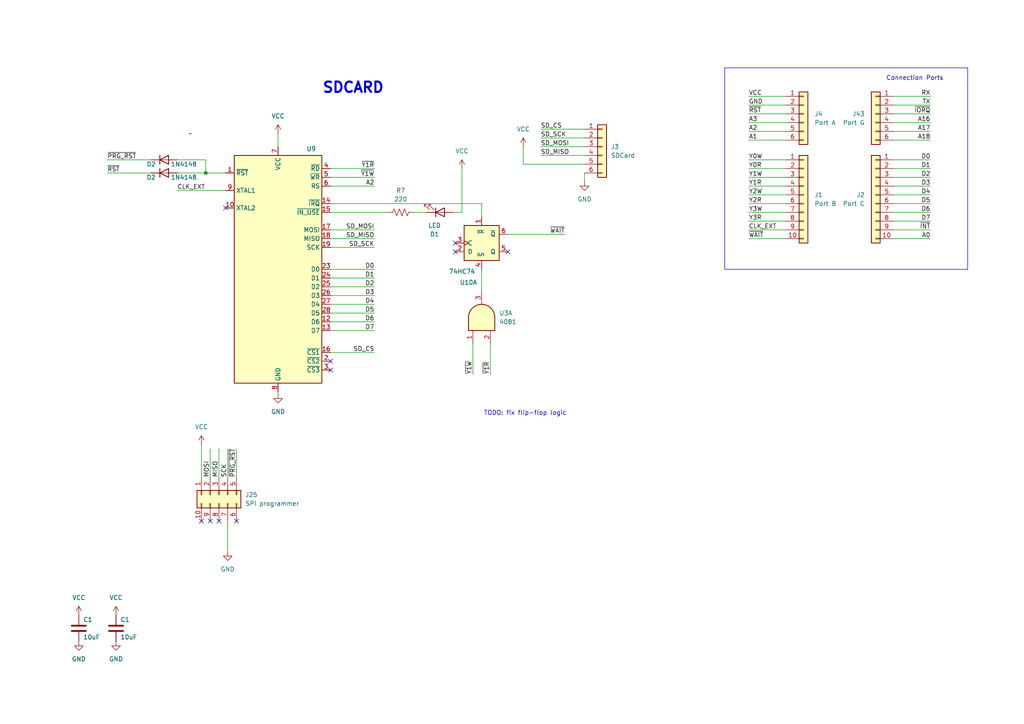
<source format=kicad_sch>
(kicad_sch (version 20230121) (generator eeschema)
  (paper "A4")
  (lib_symbols
    (symbol "4xxx:4081" (pin_names (offset 1.016))
      (property "Reference" "U" (at 0 1.27 0))
      (property "Value" "4081" (at 0 -1.27 0))
      (symbol "4081_1_1"
        (arc (start 0 -3.81) (mid 3.7934 0) (end 0 3.81) (stroke (width 0.254)) (fill (type background)))
        (polyline (pts (xy 0 3.81) (xy -3.81 3.81) (xy -3.81 -3.81) (xy 0 -3.81)) (stroke (width 0.254)) (fill (type background)))
        (pin input line (at -7.62 2.54 0) (length 3.81) (name "~") (number "1"))
        (pin input line (at -7.62 -2.54 0) (length 3.81) (name "~") (number "2"))
        (pin output line (at 7.62 0 180) (length 3.81) (name "~") (number "3"))
      )
      (symbol "4081_1_2"
        (arc (start -3.81 -3.81) (mid -2.589 0) (end -3.81 3.81) (stroke (width 0.254)))
        (arc (start -0.6096 -3.81) (mid 2.1842 -2.5851) (end 3.81 0) (stroke (width 0.254)) (fill (type background)))
        (polyline (pts (xy -3.81 -3.81) (xy -0.635 -3.81)) (stroke (width 0.254)) (fill (type background)))
        (polyline (pts (xy -3.81 3.81) (xy -0.635 3.81)) (stroke (width 0.254)) (fill (type background)))
        (polyline (pts (xy -0.635 3.81) (xy -3.81 3.81) (xy -3.81 3.81) (xy -3.556 3.4036) (xy -3.0226 2.2606) (xy -2.6924 1.0414) (xy -2.6162 -0.254) (xy -2.7686 -1.4986) (xy -3.175 -2.7178) (xy -3.81 -3.81) (xy -3.81 -3.81) (xy -0.635 -3.81)) (stroke (width -25.4)) (fill (type background)))
        (arc (start 3.81 0) (mid 2.1915 2.5936) (end -0.6096 3.81) (stroke (width 0.254)) (fill (type background)))
        (pin input inverted (at -7.62 2.54 0) (length 4.318) (name "~") (number "1"))
        (pin input inverted (at -7.62 -2.54 0) (length 4.318) (name "~") (number "2"))
        (pin output inverted (at 7.62 0 180) (length 3.81) (name "~") (number "3"))
      )
      (symbol "4081_2_1"
        (arc (start 0 -3.81) (mid 3.7934 0) (end 0 3.81) (stroke (width 0.254)) (fill (type background)))
        (polyline (pts (xy 0 3.81) (xy -3.81 3.81) (xy -3.81 -3.81) (xy 0 -3.81)) (stroke (width 0.254)) (fill (type background)))
        (pin output line (at 7.62 0 180) (length 3.81) (name "~") (number "4"))
        (pin input line (at -7.62 2.54 0) (length 3.81) (name "~") (number "5"))
        (pin input line (at -7.62 -2.54 0) (length 3.81) (name "~") (number "6"))
      )
      (symbol "4081_2_2"
        (arc (start -3.81 -3.81) (mid -2.589 0) (end -3.81 3.81) (stroke (width 0.254)))
        (arc (start -0.6096 -3.81) (mid 2.1842 -2.5851) (end 3.81 0) (stroke (width 0.254)) (fill (type background)))
        (polyline (pts (xy -3.81 -3.81) (xy -0.635 -3.81)) (stroke (width 0.254)) (fill (type background)))
        (polyline (pts (xy -3.81 3.81) (xy -0.635 3.81)) (stroke (width 0.254)) (fill (type background)))
        (polyline (pts (xy -0.635 3.81) (xy -3.81 3.81) (xy -3.81 3.81) (xy -3.556 3.4036) (xy -3.0226 2.2606) (xy -2.6924 1.0414) (xy -2.6162 -0.254) (xy -2.7686 -1.4986) (xy -3.175 -2.7178) (xy -3.81 -3.81) (xy -3.81 -3.81) (xy -0.635 -3.81)) (stroke (width -25.4)) (fill (type background)))
        (arc (start 3.81 0) (mid 2.1915 2.5936) (end -0.6096 3.81) (stroke (width 0.254)) (fill (type background)))
        (pin output inverted (at 7.62 0 180) (length 3.81) (name "~") (number "4"))
        (pin input inverted (at -7.62 2.54 0) (length 4.318) (name "~") (number "5"))
        (pin input inverted (at -7.62 -2.54 0) (length 4.318) (name "~") (number "6"))
      )
      (symbol "4081_3_1"
        (arc (start 0 -3.81) (mid 3.7934 0) (end 0 3.81) (stroke (width 0.254)) (fill (type background)))
        (polyline (pts (xy 0 3.81) (xy -3.81 3.81) (xy -3.81 -3.81) (xy 0 -3.81)) (stroke (width 0.254)) (fill (type background)))
        (pin output line (at 7.62 0 180) (length 3.81) (name "~") (number "10"))
        (pin input line (at -7.62 2.54 0) (length 3.81) (name "~") (number "8"))
        (pin input line (at -7.62 -2.54 0) (length 3.81) (name "~") (number "9"))
      )
      (symbol "4081_3_2"
        (arc (start -3.81 -3.81) (mid -2.589 0) (end -3.81 3.81) (stroke (width 0.254)))
        (arc (start -0.6096 -3.81) (mid 2.1842 -2.5851) (end 3.81 0) (stroke (width 0.254)) (fill (type background)))
        (polyline (pts (xy -3.81 -3.81) (xy -0.635 -3.81)) (stroke (width 0.254)) (fill (type background)))
        (polyline (pts (xy -3.81 3.81) (xy -0.635 3.81)) (stroke (width 0.254)) (fill (type background)))
        (polyline (pts (xy -0.635 3.81) (xy -3.81 3.81) (xy -3.81 3.81) (xy -3.556 3.4036) (xy -3.0226 2.2606) (xy -2.6924 1.0414) (xy -2.6162 -0.254) (xy -2.7686 -1.4986) (xy -3.175 -2.7178) (xy -3.81 -3.81) (xy -3.81 -3.81) (xy -0.635 -3.81)) (stroke (width -25.4)) (fill (type background)))
        (arc (start 3.81 0) (mid 2.1915 2.5936) (end -0.6096 3.81) (stroke (width 0.254)) (fill (type background)))
        (pin output inverted (at 7.62 0 180) (length 3.81) (name "~") (number "10"))
        (pin input inverted (at -7.62 2.54 0) (length 4.318) (name "~") (number "8"))
        (pin input inverted (at -7.62 -2.54 0) (length 4.318) (name "~") (number "9"))
      )
      (symbol "4081_4_1"
        (arc (start 0 -3.81) (mid 3.7934 0) (end 0 3.81) (stroke (width 0.254)) (fill (type background)))
        (polyline (pts (xy 0 3.81) (xy -3.81 3.81) (xy -3.81 -3.81) (xy 0 -3.81)) (stroke (width 0.254)) (fill (type background)))
        (pin output line (at 7.62 0 180) (length 3.81) (name "~") (number "11"))
        (pin input line (at -7.62 2.54 0) (length 3.81) (name "~") (number "12"))
        (pin input line (at -7.62 -2.54 0) (length 3.81) (name "~") (number "13"))
      )
      (symbol "4081_4_2"
        (arc (start -3.81 -3.81) (mid -2.589 0) (end -3.81 3.81) (stroke (width 0.254)))
        (arc (start -0.6096 -3.81) (mid 2.1842 -2.5851) (end 3.81 0) (stroke (width 0.254)) (fill (type background)))
        (polyline (pts (xy -3.81 -3.81) (xy -0.635 -3.81)) (stroke (width 0.254)) (fill (type background)))
        (polyline (pts (xy -3.81 3.81) (xy -0.635 3.81)) (stroke (width 0.254)) (fill (type background)))
        (polyline (pts (xy -0.635 3.81) (xy -3.81 3.81) (xy -3.81 3.81) (xy -3.556 3.4036) (xy -3.0226 2.2606) (xy -2.6924 1.0414) (xy -2.6162 -0.254) (xy -2.7686 -1.4986) (xy -3.175 -2.7178) (xy -3.81 -3.81) (xy -3.81 -3.81) (xy -0.635 -3.81)) (stroke (width -25.4)) (fill (type background)))
        (arc (start 3.81 0) (mid 2.1915 2.5936) (end -0.6096 3.81) (stroke (width 0.254)) (fill (type background)))
        (pin output inverted (at 7.62 0 180) (length 3.81) (name "~") (number "11"))
        (pin input inverted (at -7.62 2.54 0) (length 4.318) (name "~") (number "12"))
        (pin input inverted (at -7.62 -2.54 0) (length 4.318) (name "~") (number "13"))
      )
      (symbol "4081_5_0"
        (pin power_in line (at 0 12.7 270) (length 5.08) (name "VDD") (number "14"))
        (pin power_in line (at 0 -12.7 90) (length 5.08) (name "VSS") (number "7"))
      )
      (symbol "4081_5_1"
        (rectangle (start -5.08 7.62) (end 5.08 -7.62) (stroke (width 0.254)) (fill (type background)))
      )
    )
    (symbol "74xx:74HC74" (pin_names (offset 1.016))
      (property "Reference" "U" (at -7.62 8.89 0))
      (property "Value" "74HC74" (at -7.62 -8.89 0))
      (symbol "74HC74_1_0"
        (pin input line (at 0 -7.62 90) (length 2.54) (name "~{R}") (number "1"))
        (pin input line (at -7.62 2.54 0) (length 2.54) (name "D") (number "2"))
        (pin input clock (at -7.62 0 0) (length 2.54) (name "C") (number "3"))
        (pin input line (at 0 7.62 270) (length 2.54) (name "~{S}") (number "4"))
        (pin output line (at 7.62 2.54 180) (length 2.54) (name "Q") (number "5"))
        (pin output line (at 7.62 -2.54 180) (length 2.54) (name "~{Q}") (number "6"))
      )
      (symbol "74HC74_1_1"
        (rectangle (start -5.08 5.08) (end 5.08 -5.08) (stroke (width 0.254)) (fill (type background)))
      )
      (symbol "74HC74_2_0"
        (pin input line (at 0 7.62 270) (length 2.54) (name "~{S}") (number "10"))
        (pin input clock (at -7.62 0 0) (length 2.54) (name "C") (number "11"))
        (pin input line (at -7.62 2.54 0) (length 2.54) (name "D") (number "12"))
        (pin input line (at 0 -7.62 90) (length 2.54) (name "~{R}") (number "13"))
        (pin output line (at 7.62 -2.54 180) (length 2.54) (name "~{Q}") (number "8"))
        (pin output line (at 7.62 2.54 180) (length 2.54) (name "Q") (number "9"))
      )
      (symbol "74HC74_2_1"
        (rectangle (start -5.08 5.08) (end 5.08 -5.08) (stroke (width 0.254)) (fill (type background)))
      )
      (symbol "74HC74_3_0"
        (pin power_in line (at 0 10.16 270) (length 2.54) (name "VCC") (number "14"))
        (pin power_in line (at 0 -10.16 90) (length 2.54) (name "GND") (number "7"))
      )
      (symbol "74HC74_3_1"
        (rectangle (start -5.08 7.62) (end 5.08 -7.62) (stroke (width 0.254)) (fill (type background)))
      )
    )
    (symbol "Connector_Generic:Conn_01x06" (pin_names (offset 1.016) hide)
      (property "Reference" "J" (at 0 7.62 0))
      (property "Value" "Conn_01x06" (at 0 -10.16 0))
      (symbol "Conn_01x06_1_1"
        (rectangle (start -1.27 -7.493) (end 0 -7.747) (stroke (width 0.1524)))
        (rectangle (start -1.27 -4.953) (end 0 -5.207) (stroke (width 0.1524)))
        (rectangle (start -1.27 -2.413) (end 0 -2.667) (stroke (width 0.1524)))
        (rectangle (start -1.27 0.127) (end 0 -0.127) (stroke (width 0.1524)))
        (rectangle (start -1.27 2.667) (end 0 2.413) (stroke (width 0.1524)))
        (rectangle (start -1.27 5.207) (end 0 4.953) (stroke (width 0.1524)))
        (rectangle (start -1.27 6.35) (end 1.27 -8.89) (stroke (width 0.254)) (fill (type background)))
        (pin passive line (at -5.08 5.08 0) (length 3.81) (name "Pin_1") (number "1"))
        (pin passive line (at -5.08 2.54 0) (length 3.81) (name "Pin_2") (number "2"))
        (pin passive line (at -5.08 0 0) (length 3.81) (name "Pin_3") (number "3"))
        (pin passive line (at -5.08 -2.54 0) (length 3.81) (name "Pin_4") (number "4"))
        (pin passive line (at -5.08 -5.08 0) (length 3.81) (name "Pin_5") (number "5"))
        (pin passive line (at -5.08 -7.62 0) (length 3.81) (name "Pin_6") (number "6"))
      )
    )
    (symbol "Connector_Generic:Conn_01x10" (pin_names (offset 1.016) hide)
      (property "Reference" "J" (at 0 12.7 0))
      (property "Value" "Conn_01x10" (at 0 -15.24 0))
      (symbol "Conn_01x10_1_1"
        (rectangle (start -1.27 -12.573) (end 0 -12.827) (stroke (width 0.1524)))
        (rectangle (start -1.27 -10.033) (end 0 -10.287) (stroke (width 0.1524)))
        (rectangle (start -1.27 -7.493) (end 0 -7.747) (stroke (width 0.1524)))
        (rectangle (start -1.27 -4.953) (end 0 -5.207) (stroke (width 0.1524)))
        (rectangle (start -1.27 -2.413) (end 0 -2.667) (stroke (width 0.1524)))
        (rectangle (start -1.27 0.127) (end 0 -0.127) (stroke (width 0.1524)))
        (rectangle (start -1.27 2.667) (end 0 2.413) (stroke (width 0.1524)))
        (rectangle (start -1.27 5.207) (end 0 4.953) (stroke (width 0.1524)))
        (rectangle (start -1.27 7.747) (end 0 7.493) (stroke (width 0.1524)))
        (rectangle (start -1.27 10.287) (end 0 10.033) (stroke (width 0.1524)))
        (rectangle (start -1.27 11.43) (end 1.27 -13.97) (stroke (width 0.254)) (fill (type background)))
        (pin passive line (at -5.08 10.16 0) (length 3.81) (name "Pin_1") (number "1"))
        (pin passive line (at -5.08 -12.7 0) (length 3.81) (name "Pin_10") (number "10"))
        (pin passive line (at -5.08 7.62 0) (length 3.81) (name "Pin_2") (number "2"))
        (pin passive line (at -5.08 5.08 0) (length 3.81) (name "Pin_3") (number "3"))
        (pin passive line (at -5.08 2.54 0) (length 3.81) (name "Pin_4") (number "4"))
        (pin passive line (at -5.08 0 0) (length 3.81) (name "Pin_5") (number "5"))
        (pin passive line (at -5.08 -2.54 0) (length 3.81) (name "Pin_6") (number "6"))
        (pin passive line (at -5.08 -5.08 0) (length 3.81) (name "Pin_7") (number "7"))
        (pin passive line (at -5.08 -7.62 0) (length 3.81) (name "Pin_8") (number "8"))
        (pin passive line (at -5.08 -10.16 0) (length 3.81) (name "Pin_9") (number "9"))
      )
    )
    (symbol "Connector_Generic:Conn_02x05_Counter_Clockwise" (pin_names (offset 1.016) hide)
      (property "Reference" "J" (at 1.27 7.62 0))
      (property "Value" "Conn_02x05_Counter_Clockwise" (at 1.27 -7.62 0))
      (symbol "Conn_02x05_Counter_Clockwise_1_1"
        (rectangle (start -1.27 -4.953) (end 0 -5.207) (stroke (width 0.1524)))
        (rectangle (start -1.27 -2.413) (end 0 -2.667) (stroke (width 0.1524)))
        (rectangle (start -1.27 0.127) (end 0 -0.127) (stroke (width 0.1524)))
        (rectangle (start -1.27 2.667) (end 0 2.413) (stroke (width 0.1524)))
        (rectangle (start -1.27 5.207) (end 0 4.953) (stroke (width 0.1524)))
        (rectangle (start -1.27 6.35) (end 3.81 -6.35) (stroke (width 0.254)) (fill (type background)))
        (rectangle (start 3.81 -4.953) (end 2.54 -5.207) (stroke (width 0.1524)))
        (rectangle (start 3.81 -2.413) (end 2.54 -2.667) (stroke (width 0.1524)))
        (rectangle (start 3.81 0.127) (end 2.54 -0.127) (stroke (width 0.1524)))
        (rectangle (start 3.81 2.667) (end 2.54 2.413) (stroke (width 0.1524)))
        (rectangle (start 3.81 5.207) (end 2.54 4.953) (stroke (width 0.1524)))
        (pin passive line (at -5.08 5.08 0) (length 3.81) (name "Pin_1") (number "1"))
        (pin passive line (at 7.62 5.08 180) (length 3.81) (name "Pin_10") (number "10"))
        (pin passive line (at -5.08 2.54 0) (length 3.81) (name "Pin_2") (number "2"))
        (pin passive line (at -5.08 0 0) (length 3.81) (name "Pin_3") (number "3"))
        (pin passive line (at -5.08 -2.54 0) (length 3.81) (name "Pin_4") (number "4"))
        (pin passive line (at -5.08 -5.08 0) (length 3.81) (name "Pin_5") (number "5"))
        (pin passive line (at 7.62 -5.08 180) (length 3.81) (name "Pin_6") (number "6"))
        (pin passive line (at 7.62 -2.54 180) (length 3.81) (name "Pin_7") (number "7"))
        (pin passive line (at 7.62 0 180) (length 3.81) (name "Pin_8") (number "8"))
        (pin passive line (at 7.62 2.54 180) (length 3.81) (name "Pin_9") (number "9"))
      )
    )
    (symbol "Device:C" (pin_numbers hide) (pin_names (offset 0.254))
      (property "Reference" "C" (at 0.635 2.54 0))
      (property "Value" "C" (at 0.635 -2.54 0))
      (symbol "C_0_1"
        (polyline (pts (xy -2.032 -0.762) (xy 2.032 -0.762)) (stroke (width 0.508)))
        (polyline (pts (xy -2.032 0.762) (xy 2.032 0.762)) (stroke (width 0.508)))
      )
      (symbol "C_1_1"
        (pin passive line (at 0 3.81 270) (length 2.794) (name "~") (number "1"))
        (pin passive line (at 0 -3.81 90) (length 2.794) (name "~") (number "2"))
      )
    )
    (symbol "Device:LED" (pin_numbers hide) (pin_names (offset 1.016) hide)
      (property "Reference" "D" (at 0 2.54 0))
      (property "Value" "LED" (at 0 -2.54 0))
      (symbol "LED_0_1"
        (polyline (pts (xy -1.27 -1.27) (xy -1.27 1.27)) (stroke (width 0.254)))
        (polyline (pts (xy -1.27 0) (xy 1.27 0)))
        (polyline (pts (xy 1.27 -1.27) (xy 1.27 1.27) (xy -1.27 0) (xy 1.27 -1.27)) (stroke (width 0.254)))
        (polyline (pts (xy -3.048 -0.762) (xy -4.572 -2.286) (xy -3.81 -2.286) (xy -4.572 -2.286) (xy -4.572 -1.524)))
        (polyline (pts (xy -1.778 -0.762) (xy -3.302 -2.286) (xy -2.54 -2.286) (xy -3.302 -2.286) (xy -3.302 -1.524)))
      )
      (symbol "LED_1_1"
        (pin passive line (at -3.81 0 0) (length 2.54) (name "K") (number "1"))
        (pin passive line (at 3.81 0 180) (length 2.54) (name "A") (number "2"))
      )
    )
    (symbol "Device:R_US" (pin_numbers hide) (pin_names (offset 0))
      (property "Reference" "R" (at 2.54 0 90))
      (property "Value" "R_US" (at -2.54 0 90))
      (symbol "R_US_0_1"
        (polyline (pts (xy 0 -2.286) (xy 0 -2.54)))
        (polyline (pts (xy 0 2.286) (xy 0 2.54)))
        (polyline (pts (xy 0 -0.762) (xy 1.016 -1.143) (xy 0 -1.524) (xy -1.016 -1.905) (xy 0 -2.286)))
        (polyline (pts (xy 0 0.762) (xy 1.016 0.381) (xy 0 0) (xy -1.016 -0.381) (xy 0 -0.762)))
        (polyline (pts (xy 0 2.286) (xy 1.016 1.905) (xy 0 1.524) (xy -1.016 1.143) (xy 0 0.762)))
      )
      (symbol "R_US_1_1"
        (pin passive line (at 0 3.81 270) (length 1.27) (name "~") (number "1"))
        (pin passive line (at 0 -3.81 90) (length 1.27) (name "~") (number "2"))
      )
    )
    (symbol "Diode:1N4148" (pin_numbers hide) (pin_names hide)
      (property "Reference" "D" (at 0 2.54 0))
      (property "Value" "1N4148" (at 0 -2.54 0))
      (symbol "1N4148_0_1"
        (polyline (pts (xy -1.27 1.27) (xy -1.27 -1.27)) (stroke (width 0.254)))
        (polyline (pts (xy 1.27 0) (xy -1.27 0)))
        (polyline (pts (xy 1.27 1.27) (xy 1.27 -1.27) (xy -1.27 0) (xy 1.27 1.27)) (stroke (width 0.254)))
      )
      (symbol "1N4148_1_1"
        (pin passive line (at -3.81 0 0) (length 2.54) (name "K") (number "1"))
        (pin passive line (at 3.81 0 180) (length 2.54) (name "A") (number "2"))
      )
    )
    (symbol "parallel-to-spi:Parallel_to_SPI"
      (property "Reference" "U" (at -11.43 30.48 0))
      (symbol "Parallel_to_SPI_0_1"
        (rectangle (start -12.7 29.21) (end 12.7 -36.83) (stroke (width 0.254)) (fill (type background)))
      )
      (symbol "Parallel_to_SPI_1_1"
        (pin input line (at -15.24 24.13 0) (length 2.54) (name "~{RST}") (number "1"))
        (pin bidirectional line (at -15.24 13.97 0) (length 2.54) (name "XTAL2") (number "10"))
        (pin bidirectional line (at 15.24 -19.05 180) (length 2.54) (name "D6") (number "12"))
        (pin bidirectional line (at 15.24 -21.59 180) (length 2.54) (name "D7") (number "13"))
        (pin bidirectional line (at 15.24 15.24 180) (length 2.54) (name "~{IRQ}") (number "14"))
        (pin bidirectional line (at 15.24 12.7 180) (length 2.54) (name "~{IN_USE}") (number "15"))
        (pin bidirectional line (at 15.24 -27.94 180) (length 2.54) (name "~{CS1}") (number "16"))
        (pin bidirectional line (at 15.24 7.62 180) (length 2.54) (name "MOSI") (number "17"))
        (pin bidirectional line (at 15.24 5.08 180) (length 2.54) (name "MISO") (number "18"))
        (pin bidirectional line (at 15.24 2.54 180) (length 2.54) (name "SCK") (number "19"))
        (pin bidirectional line (at 15.24 -30.48 180) (length 2.54) (name "~{CS2}") (number "2"))
        (pin bidirectional line (at 15.24 -3.81 180) (length 2.54) (name "D0") (number "23"))
        (pin bidirectional line (at 15.24 -6.35 180) (length 2.54) (name "D1") (number "24"))
        (pin bidirectional line (at 15.24 -8.89 180) (length 2.54) (name "D2") (number "25"))
        (pin bidirectional line (at 15.24 -11.43 180) (length 2.54) (name "D3") (number "26"))
        (pin bidirectional line (at 15.24 -13.97 180) (length 2.54) (name "D4") (number "27"))
        (pin bidirectional line (at 15.24 -16.51 180) (length 2.54) (name "D5") (number "28"))
        (pin bidirectional line (at 15.24 -33.02 180) (length 2.54) (name "~{CS3}") (number "3"))
        (pin bidirectional line (at 15.24 25.4 180) (length 2.54) (name "~{RD}") (number "4"))
        (pin bidirectional line (at 15.24 22.86 180) (length 2.54) (name "~{WR}") (number "5"))
        (pin bidirectional line (at 15.24 20.32 180) (length 2.54) (name "RS") (number "6"))
        (pin power_in line (at 0 31.75 270) (length 2.54) (name "VCC") (number "7"))
        (pin power_in line (at 0 -39.37 90) (length 2.54) (name "GND") (number "8"))
        (pin bidirectional line (at -15.24 19.05 0) (length 2.54) (name "XTAL1") (number "9"))
      )
    )
    (symbol "power:GND" (power) (pin_names (offset 0))
      (property "Value" "GND" (at 0 -3.81 0))
      (symbol "GND_0_1"
        (polyline (pts (xy 0 0) (xy 0 -1.27) (xy 1.27 -1.27) (xy 0 -2.54) (xy -1.27 -1.27) (xy 0 -1.27)))
      )
      (symbol "GND_1_1"
        (pin power_in line (at 0 0 270) (length 0) hide (name "GND") (number "1"))
      )
    )
    (symbol "power:VCC" (power) (pin_names (offset 0))
      (property "Value" "VCC" (at 0 3.81 0))
      (symbol "VCC_0_1"
        (polyline (pts (xy -0.762 1.27) (xy 0 2.54)))
        (polyline (pts (xy 0 0) (xy 0 2.54)))
        (polyline (pts (xy 0 2.54) (xy 0.762 1.27)))
      )
      (symbol "VCC_1_1"
        (pin power_in line (at 0 0 90) (length 0) hide (name "VCC") (number "1"))
      )
    )
  )
  (junction (at 59.69 50.165))
  (no_connect (at 132.08 70.485))
  (no_connect (at 68.58 151.13))
  (no_connect (at 63.5 151.13))
  (no_connect (at 60.96 151.13))
  (no_connect (at 65.405 60.325))
  (no_connect (at 147.32 73.025))
  (no_connect (at 58.42 151.13))
  (no_connect (at 95.885 104.775))
  (no_connect (at 132.08 73.025))
  (no_connect (at 95.885 107.315))
  (wire (pts (xy 217.17 40.64) (xy 227.965 40.64)))
  (wire (pts (xy 58.42 128.905) (xy 58.42 138.43)))
  (wire (pts (xy 217.17 33.02) (xy 227.965 33.02)))
  (wire (pts (xy 217.17 56.515) (xy 227.965 56.515)))
  (wire (pts (xy 95.885 83.185) (xy 108.585 83.185)))
  (wire (pts (xy 66.04 151.13) (xy 66.04 160.02)))
  (wire (pts (xy 68.58 130.175) (xy 68.58 138.43)))
  (wire (pts (xy 151.765 42.545) (xy 151.765 47.625)))
  (wire (pts (xy 269.875 64.135) (xy 259.08 64.135)))
  (wire (pts (xy 95.885 95.885) (xy 108.585 95.885)))
  (wire (pts (xy 269.875 48.895) (xy 259.08 48.895)))
  (wire (pts (xy 95.885 48.895) (xy 108.585 48.895)))
  (wire (pts (xy 269.875 56.515) (xy 259.08 56.515)))
  (wire (pts (xy 147.32 67.945) (xy 163.83 67.945)))
  (wire (pts (xy 217.17 59.055) (xy 227.965 59.055)))
  (wire (pts (xy 63.5 130.175) (xy 63.5 138.43)))
  (wire (pts (xy 80.645 113.665) (xy 80.645 114.3)))
  (wire (pts (xy 51.435 50.165) (xy 59.69 50.165)))
  (wire (pts (xy 133.985 61.595) (xy 131.445 61.595)))
  (wire (pts (xy 51.435 46.355) (xy 59.69 46.355)))
  (wire (pts (xy 120.015 61.595) (xy 123.825 61.595)))
  (wire (pts (xy 95.885 59.055) (xy 139.7 59.055)))
  (wire (pts (xy 269.875 59.055) (xy 259.08 59.055)))
  (wire (pts (xy 142.24 108.585) (xy 142.24 99.695)))
  (wire (pts (xy 31.115 46.355) (xy 43.815 46.355)))
  (wire (pts (xy 269.875 66.675) (xy 259.08 66.675)))
  (wire (pts (xy 95.885 69.215) (xy 108.585 69.215)))
  (wire (pts (xy 151.765 47.625) (xy 169.545 47.625)))
  (wire (pts (xy 269.875 27.94) (xy 259.08 27.94)))
  (wire (pts (xy 217.17 51.435) (xy 227.965 51.435)))
  (wire (pts (xy 95.885 90.805) (xy 108.585 90.805)))
  (wire (pts (xy 269.875 51.435) (xy 259.08 51.435)))
  (wire (pts (xy 217.17 38.1) (xy 227.965 38.1)))
  (wire (pts (xy 269.875 69.215) (xy 259.08 69.215)))
  (wire (pts (xy 95.885 78.105) (xy 108.585 78.105)))
  (wire (pts (xy 95.885 88.265) (xy 108.585 88.265)))
  (wire (pts (xy 217.17 35.56) (xy 227.965 35.56)))
  (wire (pts (xy 51.435 55.245) (xy 65.405 55.245)))
  (wire (pts (xy 169.545 37.465) (xy 156.845 37.465)))
  (wire (pts (xy 95.885 61.595) (xy 112.395 61.595)))
  (wire (pts (xy 95.885 85.725) (xy 108.585 85.725)))
  (wire (pts (xy 217.17 61.595) (xy 227.965 61.595)))
  (wire (pts (xy 137.16 108.585) (xy 137.16 99.695)))
  (wire (pts (xy 80.645 38.735) (xy 80.645 42.545)))
  (wire (pts (xy 95.885 93.345) (xy 108.585 93.345)))
  (wire (pts (xy 169.545 42.545) (xy 156.845 42.545)))
  (wire (pts (xy 66.04 130.175) (xy 66.04 138.43)))
  (wire (pts (xy 60.96 130.175) (xy 60.96 138.43)))
  (wire (pts (xy 139.7 78.105) (xy 139.7 84.455)))
  (wire (pts (xy 269.875 30.48) (xy 259.08 30.48)))
  (wire (pts (xy 217.17 64.135) (xy 227.965 64.135)))
  (wire (pts (xy 259.08 33.02) (xy 269.875 33.02)))
  (wire (pts (xy 217.17 30.48) (xy 227.965 30.48)))
  (wire (pts (xy 139.7 59.055) (xy 139.7 62.865)))
  (wire (pts (xy 95.885 53.975) (xy 108.585 53.975)))
  (wire (pts (xy 133.985 48.895) (xy 133.985 61.595)))
  (wire (pts (xy 217.17 66.675) (xy 227.965 66.675)))
  (wire (pts (xy 95.885 66.675) (xy 108.585 66.675)))
  (wire (pts (xy 169.545 40.005) (xy 156.845 40.005)))
  (wire (pts (xy 95.885 80.645) (xy 108.585 80.645)))
  (wire (pts (xy 269.875 40.64) (xy 259.08 40.64)))
  (wire (pts (xy 269.875 61.595) (xy 259.08 61.595)))
  (wire (pts (xy 31.115 50.165) (xy 43.815 50.165)))
  (wire (pts (xy 269.875 46.355) (xy 259.08 46.355)))
  (wire (pts (xy 217.17 48.895) (xy 227.965 48.895)))
  (wire (pts (xy 95.885 51.435) (xy 108.585 51.435)))
  (wire (pts (xy 95.885 102.235) (xy 108.585 102.235)))
  (wire (pts (xy 217.17 53.975) (xy 227.965 53.975)))
  (wire (pts (xy 269.875 53.975) (xy 259.08 53.975)))
  (wire (pts (xy 269.875 38.1) (xy 259.08 38.1)))
  (wire (pts (xy 59.69 50.165) (xy 65.405 50.165)))
  (wire (pts (xy 269.875 35.56) (xy 259.08 35.56)))
  (wire (pts (xy 217.17 46.355) (xy 227.965 46.355)))
  (wire (pts (xy 95.885 71.755) (xy 108.585 71.755)))
  (wire (pts (xy 217.17 69.215) (xy 227.965 69.215)))
  (wire (pts (xy 169.545 50.165) (xy 169.545 52.705)))
  (wire (pts (xy 169.545 45.085) (xy 156.845 45.085)))
  (wire (pts (xy 217.17 27.94) (xy 227.965 27.94)))
  (wire (pts (xy 59.69 46.355) (xy 59.69 50.165)))
  (rectangle (start 210.185 19.685) (end 280.67 78.105))
  (text "TODO: fix flip-flop logic" (at 140.335 120.65 0) (effects (font (size 1.27 1.27)) (justify left bottom)))
  (text "Connection Ports" (at 273.685 23.495 0) (effects (font (size 1.27 1.27)) (justify right bottom)))
  (text "SDCARD" (at 93.345 27.305 0) (effects (font (size 3 3) (thickness 0.6) bold) (justify left bottom)))
  (label "GND" (at 217.17 30.48 0))
  (label "CLK_EXT" (at 51.435 55.245 0))
  (label "D5" (at 108.585 90.805 180))
  (label "VCC" (at 217.17 27.94 0))
  (label "~{WAIT}" (at 163.83 67.945 180))
  (label "Y3W" (at 217.17 61.595 0))
  (label "A1" (at 217.17 40.64 0))
  (label "SD_SCK" (at 108.585 71.755 180))
  (label "Y2W" (at 217.17 56.515 0))
  (label "D2" (at 108.585 83.185 180))
  (label "~{INT}" (at 269.875 66.675 180))
  (label "SD_SCK" (at 156.845 40.005 0))
  (label "Y2R" (at 217.17 59.055 0))
  (label "A16" (at 269.875 35.56 180))
  (label "SD_MOSI" (at 108.585 66.675 180))
  (label "D1" (at 269.875 48.895 180))
  (label "~{WAIT}" (at 217.17 69.215 0))
  (label "D4" (at 108.585 88.265 180))
  (label "D3" (at 269.875 53.975 180))
  (label "D7" (at 108.585 95.885 180))
  (label "SD_CS" (at 108.585 102.235 180))
  (label "D3" (at 108.585 85.725 180))
  (label "D2" (at 269.875 51.435 180))
  (label "Y0R" (at 217.17 48.895 0))
  (label "MISO" (at 63.5 138.43 90))
  (label "~{Y1W}" (at 108.585 51.435 180))
  (label "D1" (at 108.585 80.645 180))
  (label "D5" (at 269.875 59.055 180))
  (label "MOSI" (at 60.96 138.43 90))
  (label "SD_MISO" (at 156.845 45.085 0))
  (label "D6" (at 269.875 61.595 180))
  (label "D0" (at 269.875 46.355 180))
  (label "SD_MOSI" (at 156.845 42.545 0))
  (label "RX" (at 269.875 27.94 180))
  (label "Y1R" (at 217.17 53.975 0))
  (label "~{RST}" (at 31.115 50.165 0))
  (label "TX" (at 269.875 30.48 180))
  (label "D4" (at 269.875 56.515 180))
  (label "A2" (at 108.585 53.975 180))
  (label "CLK_EXT" (at 217.17 66.675 0))
  (label "A0" (at 269.875 69.215 180))
  (label "~{Y1W}" (at 137.16 108.585 90))
  (label "~{PRG_RST}" (at 68.58 138.43 90))
  (label "~{PRG_RST}" (at 31.115 46.355 0))
  (label "Y0W" (at 217.17 46.355 0))
  (label "D0" (at 108.585 78.105 180))
  (label "~{RST}" (at 217.17 33.02 0))
  (label "D7" (at 269.875 64.135 180))
  (label "A17" (at 269.875 38.1 180))
  (label "SCK" (at 66.04 138.43 90))
  (label "A18" (at 269.875 40.64 180))
  (label "~{IORQ}" (at 269.875 33.02 180))
  (label "Y1W" (at 217.17 51.435 0))
  (label "Y3R" (at 217.17 64.135 0))
  (label "SD_CS" (at 156.845 37.465 0))
  (label "D6" (at 108.585 93.345 180))
  (label "SD_MISO" (at 108.585 69.215 180))
  (label "~{Y1R}" (at 108.585 48.895 180))
  (label "~{Y1R}" (at 142.24 108.585 90))
  (label "A3" (at 217.17 35.56 0))
  (label "A2" (at 217.17 38.1 0))
  (symbol (lib_id "power:VCC") (at 133.985 48.895 0) (unit 1)
    (property "Reference" "#PWR?" (effects hide))
    (property "Value" "VCC" (at 133.985 43.815 0))
    (instances (project "fortuna-s" (path "" (reference "#PWR?") (unit 1)) (path "" (reference "#PWR045") (unit 1))) (project "fortuna-box" (path "" (reference "#PWR044") (unit 1))))
  )
  (symbol (lib_id "Connector_Generic:Conn_01x10") (at 233.045 56.515 0) (unit 1)
    (property "Reference" "J1" (at 236.22 56.515 0) (effects (justify left)))
    (property "Value" "Port B" (at 236.22 59.055 0) (effects (justify left)))
    (instances (project "fortuna-box" (path "" (reference "J1") (unit 1)) (path "" (reference "J20") (unit 1)) (path "" (reference "J23") (unit 1))))
  )
  (symbol (lib_id "Device:LED") (at 127.635 61.595 0) (mirror x) (unit 1)
    (property "Reference" "D1" (at 126.0475 67.945 0))
    (property "Value" "LED" (at 126.0475 65.405 0))
    (instances (project "fortuna-s" (path "" (reference "D1") (unit 1))) (project "fortuna-box" (path "" (reference "D5") (unit 1))))
  )
  (symbol (lib_id "Connector_Generic:Conn_01x06") (at 174.625 42.545 0) (unit 1)
    (property "Reference" "J3" (at 177.165 42.545 0) (effects (justify left)))
    (property "Value" "SDCard" (at 177.165 45.085 0) (effects (justify left)))
    (instances (project "fortuna-s" (path "" (reference "J3") (unit 1))) (project "fortuna-box" (path "" (reference "J18") (unit 1))))
  )
  (symbol (lib_id "power:GND") (at 33.655 186.055 0) (unit 1)
    (property "Reference" "#PWR07" (effects hide))
    (property "Value" "GND" (at 33.655 191.135 0))
    (instances (project "fortuna-s" (path "" (reference "#PWR07") (unit 1)) (path "" (reference "#PWR07") (unit 1)) (path "" (reference "#PWR07") (unit 1))) (project "fortuna-box" (path "" (reference "#PWR041") (unit 1)) (path "" (reference "#PWR065") (unit 1))))
  )
  (symbol (lib_id "Connector_Generic:Conn_01x10") (at 254 56.515 0) (mirror y) (unit 1)
    (property "Reference" "J2" (at 250.825 56.515 0) (effects (justify left)))
    (property "Value" "Port C" (at 250.825 59.055 0) (effects (justify left)))
    (instances (project "fortuna-box" (path "" (reference "J2") (unit 1)) (path "" (reference "J21") (unit 1)) (path "" (reference "J24") (unit 1))))
  )
  (symbol (lib_id "Connector_Generic:Conn_01x06") (at 233.045 33.02 0) (unit 1)
    (property "Reference" "J4" (at 236.22 33.02 0) (effects (justify left)))
    (property "Value" "Port A" (at 236.22 35.56 0) (effects (justify left)))
    (instances (project "fortuna-box" (path "" (reference "J4") (unit 1)) (path "" (reference "J7") (unit 1)) (path "" (reference "J17") (unit 1))))
  )
  (symbol (lib_id "Device:C") (at 22.86 182.245 0) (unit 1)
    (property "Reference" "C1" (at 24.13 179.705 0) (effects (justify left)))
    (property "Value" "10uF" (at 24.13 184.785 0) (effects (justify left)))
    (instances (project "fortuna-s" (path "" (reference "C1") (unit 1)) (path "" (reference "C1") (unit 1)) (path "" (reference "C1") (unit 1))) (project "fortuna-box" (path "" (reference "C9") (unit 1)) (path "" (reference "C10") (unit 1))))
  )
  (symbol (lib_id "power:GND") (at 169.545 52.705 0) (unit 1)
    (property "Reference" "#PWR011" (effects hide))
    (property "Value" "GND" (at 169.545 57.785 0))
    (instances (project "fortuna-s" (path "" (reference "#PWR011") (unit 1)) (path "" (reference "#PWR044") (unit 1))) (project "fortuna-box" (path "" (reference "#PWR047") (unit 1))))
  )
  (symbol (lib_id "Device:R_US") (at 116.205 61.595 90) (unit 1)
    (property "Reference" "R7" (at 116.205 55.245 90))
    (property "Value" "220" (at 116.205 57.785 90))
    (instances (project "fortuna-s" (path "" (reference "R7") (unit 1))) (project "fortuna-box" (path "" (reference "R14") (unit 1))))
  )
  (symbol (lib_id "power:VCC") (at 151.765 42.545 0) (unit 1)
    (property "Reference" "#PWR?" (effects hide))
    (property "Value" "VCC" (at 151.765 37.465 0))
    (instances (project "fortuna-s" (path "" (reference "#PWR?") (unit 1)) (path "" (reference "#PWR046") (unit 1))) (project "fortuna-box" (path "" (reference "#PWR045") (unit 1))))
  )
  (symbol (lib_id "power:VCC") (at 80.645 38.735 0) (unit 1)
    (property "Reference" "#PWR?" (effects hide))
    (property "Value" "VCC" (at 80.645 33.655 0))
    (instances (project "fortuna-s" (path "" (reference "#PWR?") (unit 1)) (path "" (reference "#PWR038") (unit 1))) (project "fortuna-box" (path "" (reference "#PWR042") (unit 1))))
  )
  (symbol (lib_id "Connector_Generic:Conn_02x05_Counter_Clockwise") (at 63.5 143.51 90) (mirror x) (unit 1)
    (property "Reference" "J25" (at 71.12 143.5099 90) (effects (justify right)))
    (property "Value" "SPI programmer" (at 71.12 146.0499 90) (effects (justify right)))
    (instances (project "fortuna-box" (path "" (reference "J25") (unit 1))) (project "electronics-computer" (path "" (reference "J?") (unit 1))))
  )
  (symbol (lib_id "power:VCC") (at 22.86 178.435 0) (unit 1)
    (property "Reference" "#PWR06" (effects hide))
    (property "Value" "VCC" (at 22.86 173.355 0))
    (instances (project "fortuna-s" (path "" (reference "#PWR06") (unit 1)) (path "" (reference "#PWR06") (unit 1)) (path "" (reference "#PWR06") (unit 1))) (project "fortuna-box" (path "" (reference "#PWR040") (unit 1)) (path "" (reference "#PWR062") (unit 1))))
  )
  (symbol (lib_id "parallel-to-spi:Parallel_to_SPI") (at 80.645 74.295 0) (unit 1)
    (property "Reference" "U9" (at 88.9 43.18 0) (effects (justify left)))
    (property "Value" "~" (at 55.245 38.735 0))
    (instances (project "fortuna-s" (path "" (reference "U9") (unit 1))) (project "fortuna-box" (path "" (reference "U11") (unit 1))))
  )
  (symbol (lib_id "power:VCC") (at 58.42 128.905 0) (unit 1)
    (property "Reference" "#PWR?" (effects hide))
    (property "Value" "VCC" (at 58.42 123.825 0))
    (instances (project "fortuna-s" (path "" (reference "#PWR?") (unit 1)) (path "" (reference "#PWR038") (unit 1))) (project "fortuna-box" (path "" (reference "#PWR066") (unit 1))))
  )
  (symbol (lib_id "power:VCC") (at 33.655 178.435 0) (unit 1)
    (property "Reference" "#PWR06" (effects hide))
    (property "Value" "VCC" (at 33.655 173.355 0))
    (instances (project "fortuna-s" (path "" (reference "#PWR06") (unit 1)) (path "" (reference "#PWR06") (unit 1)) (path "" (reference "#PWR06") (unit 1))) (project "fortuna-box" (path "" (reference "#PWR040") (unit 1)) (path "" (reference "#PWR064") (unit 1))))
  )
  (symbol (lib_id "4xxx:4081") (at 139.7 92.075 90) (unit 1)
    (property "Reference" "U3" (at 144.78 90.8133 90) (effects (justify right)))
    (property "Value" "4081" (at 144.78 93.3533 90) (effects (justify right)))
    (property "Datasheet" "http://www.intersil.com/content/dam/Intersil/documents/cd40/cd4073bms-81bms-82bms.pdf" (effects hide))
  )
  (symbol (lib_id "power:GND") (at 80.645 114.3 0) (unit 1)
    (property "Reference" "#PWR011" (effects hide))
    (property "Value" "GND" (at 80.645 119.38 0))
    (instances (project "fortuna-s" (path "" (reference "#PWR011") (unit 1)) (path "" (reference "#PWR039") (unit 1))) (project "fortuna-box" (path "" (reference "#PWR043") (unit 1))))
  )
  (symbol (lib_id "Diode:1N4148") (at 47.625 50.165 0) (unit 1)
    (property "Reference" "D2" (at 43.815 51.435 0))
    (property "Value" "1N4148" (at 53.34 51.435 0))
    (property "Footprint" "Diode_THT:D_DO-35_SOD27_P7.62mm_Horizontal" (effects hide))
    (property "Datasheet" "https://assets.nexperia.com/documents/data-sheet/1N4148_1N4448.pdf" (effects hide))
    (property "Sim.Device" "D" (effects hide))
    (property "Sim.Pins" "1=K 2=A" (effects hide))
    (instances (project "fortuna-s" (path "" (reference "D2") (unit 1))) (project "fortuna-box" (path "" (reference "D4") (unit 1)) (path "" (reference "D11") (unit 1)) (path "" (reference "D16") (unit 1))))
  )
  (symbol (lib_id "power:GND") (at 22.86 186.055 0) (unit 1)
    (property "Reference" "#PWR07" (effects hide))
    (property "Value" "GND" (at 22.86 191.135 0))
    (instances (project "fortuna-s" (path "" (reference "#PWR07") (unit 1)) (path "" (reference "#PWR07") (unit 1)) (path "" (reference "#PWR07") (unit 1))) (project "fortuna-box" (path "" (reference "#PWR041") (unit 1)) (path "" (reference "#PWR063") (unit 1))))
  )
  (symbol (lib_id "Diode:1N4148") (at 47.625 46.355 0) (unit 1)
    (property "Reference" "D2" (at 43.815 47.625 0))
    (property "Value" "1N4148" (at 53.34 47.625 0))
    (property "Footprint" "Diode_THT:D_DO-35_SOD27_P7.62mm_Horizontal" (effects hide))
    (property "Datasheet" "https://assets.nexperia.com/documents/data-sheet/1N4148_1N4448.pdf" (effects hide))
    (property "Sim.Device" "D" (effects hide))
    (property "Sim.Pins" "1=K 2=A" (effects hide))
    (instances (project "fortuna-s" (path "" (reference "D2") (unit 1))) (project "fortuna-box" (path "" (reference "D4") (unit 1)) (path "" (reference "D11") (unit 1)) (path "" (reference "D15") (unit 1))))
  )
  (symbol (lib_id "Device:C") (at 33.655 182.245 0) (unit 1)
    (property "Reference" "C1" (at 34.925 179.705 0) (effects (justify left)))
    (property "Value" "10uF" (at 34.925 184.785 0) (effects (justify left)))
    (instances (project "fortuna-s" (path "" (reference "C1") (unit 1)) (path "" (reference "C1") (unit 1)) (path "" (reference "C1") (unit 1))) (project "fortuna-box" (path "" (reference "C9") (unit 1)) (path "" (reference "C11") (unit 1))))
  )
  (symbol (lib_id "Connector_Generic:Conn_01x06") (at 254 33.02 0) (mirror y) (unit 1)
    (property "Reference" "J43" (at 250.825 33.02 0) (effects (justify left)))
    (property "Value" "Port G" (at 250.825 35.56 0) (effects (justify left)))
    (instances (project "fortuna-box" (path "" (reference "J43") (unit 1)) (path "" (reference "J33") (unit 1)) (path "" (reference "J36") (unit 1))))
  )
  (symbol (lib_id "74xx:74HC74") (at 139.7 70.485 0) (mirror x) (unit 1)
    (property "Reference" "U10" (at 133.35 81.915 0) (effects (justify left)))
    (property "Value" "74HC74" (at 130.175 78.74 0) (effects (justify left)))
    (property "Datasheet" "74xx/74hc_hct74.pdf" (effects hide))
    (instances (project "fortuna-s" (path "" (reference "U10") (unit 1)) (path "" (reference "U11") (unit 1))) (project "fortuna-box" (path "" (reference "U12") (unit 1))))
  )
  (symbol (lib_id "power:GND") (at 66.04 160.02 0) (unit 1)
    (property "Reference" "#PWR011" (effects hide))
    (property "Value" "GND" (at 66.04 165.1 0))
    (instances (project "fortuna-s" (path "" (reference "#PWR011") (unit 1)) (path "" (reference "#PWR039") (unit 1))) (project "fortuna-box" (path "" (reference "#PWR067") (unit 1))))
  )
)
</source>
